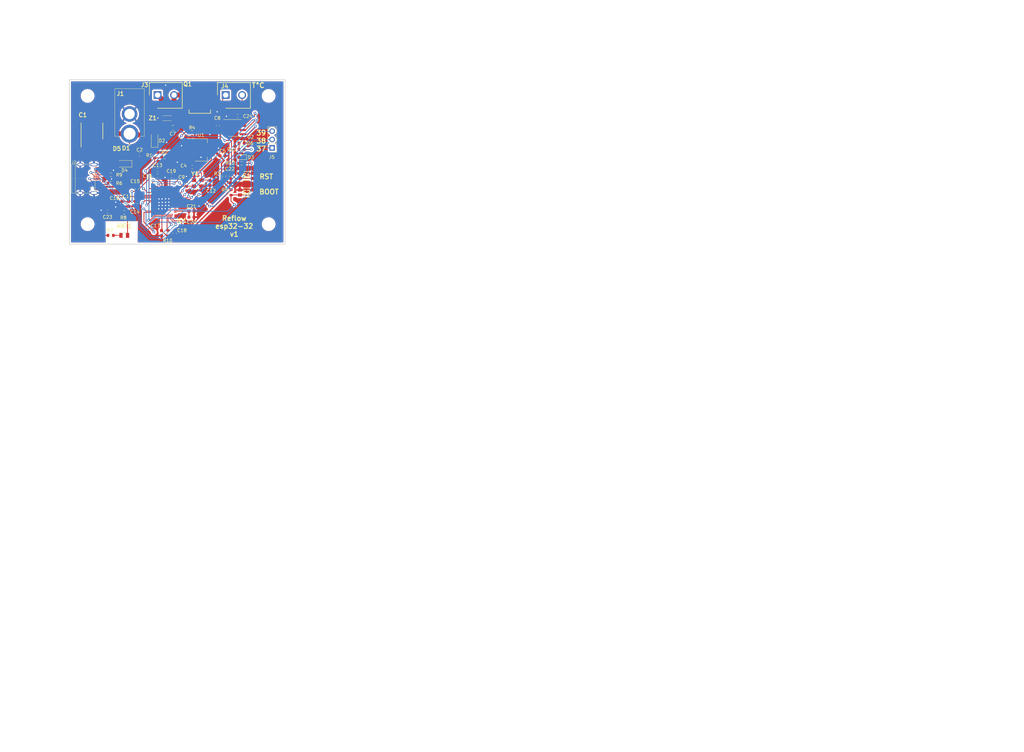
<source format=kicad_pcb>
(kicad_pcb (version 20221018) (generator pcbnew)
  (layers (0 "F.Cu" signal) (31 "B.Cu" signal) (34 "B.Paste" user) (35 "F.Paste" user) (36 "B.SilkS" user "B.Silkscreen") (37 "F.SilkS" user "F.Silkscreen") (38 "B.Mask" user) (39 "F.Mask" user) (44 "Edge.Cuts" user))
  (net 0 "")
  (net 1 "Net-(ANT1-Pad1)")
  (net 2 "Net-(ANT1-Pad2)")
  (net 3 "VCC")
  (net 4 "GND")
  (net 5 "Vin-D")
  (net 6 "+3V3")
  (net 7 "Net-(C7-Pad2)")
  (net 8 "XTAL_P")
  (net 9 "XTAL_N")
  (net 10 "Net-(C20-Pad1)")
  (net 11 "EN")
  (net 12 "Net-(D1-Pad1)")
  (net 13 "Net-(D3-Pad2)")
  (net 14 "Net-(D6-Pad2)")
  (net 15 "ANT")
  (net 16 "FLASH")
  (net 17 "VccDiv")
  (net 24 "led1")
  (net 25 "led2")
  (net 26 "heatGate")
  (net 31 "Net-(IC1-Pad24)")
  (net 32 "D-")
  (net 33 "D+")
  (net 42 "Net-(IC1-Pad37)")
  (net 43 "Net-(IC1-Pad38)")
  (net 44 "Net-(IC1-Pad39)")
  (net 45 "tempSCK")
  (net 46 "tempSO")
  (net 47 "tempCS")
  (net 58 "Net-(C24-Pad1)")
  (net 62 "Net-(C24-Pad2)")
  (net 63 "Net-(D4-Pad2)")
  (net 64 "Net-(R9-Pad1)")
  (net 65 "Net-(R6-Pad2)")
  (footprint "library_manager:CAPAE660X770N" (layer "F.Cu") (at 20.32 30.48 90)
    (fp_text reference "C1")
    (fp_text value "865080545012" hide)
  )
  (footprint "library_manager:21088321" (layer "F.Cu") (at 30.1404 61.4172)
    (fp_text reference "ANT1")
    (fp_text value "2108832-1" hide)
  )
  (footprint "library_manager:PJ037B" (layer "F.Cu") (at 31.75 30.5 -90)
    (fp_text reference "J1")
    (fp_text value "PJ-037B" hide)
  )
  (footprint "Package_TO_SOT_SMD:SOT-223-3_TabPin2" (layer "F.Cu") (at 53.467 35.433)
    (fp_text reference "U1")
    (fp_text value "LD1117S33TR_SOT223")
  )
  (footprint "" (layer "F.Cu") (at 84.7852 17.0688)
    (fp_text reference "")
    (fp_text value "")
  )
  (footprint "Resistor_SMD:R_0603_1608Metric" (layer "F.Cu") (at 65.7982 35.306 180)
    (fp_text reference "R11")
    (fp_text value "2k")
  )
  (footprint "Connector_PinHeader_2.54mm:PinHeader_1x03_P2.54mm_Vertical" (layer "F.Cu") (at 75.0824 34.798 180)
    (fp_text reference "J5")
    (fp_text value "Conn_01x03_Male")
  )
  (footprint "Resistor_SMD:R_0603_1608Metric" (layer "F.Cu") (at 30.1366 54.4576 180)
    (fp_text reference "R8")
    (fp_text value "0R")
  )
  (footprint "Capacitor_SMD:C_0603_1608Metric" (layer "F.Cu") (at 49.022 45.707 -90)
    (fp_text reference "C9")
    (fp_text value "15pF")
  )
  (footprint "Diode_SMD:D_0603_1608Metric" (layer "F.Cu") (at 65.8115 37.6428 180)
    (fp_text reference "D3")
    (fp_text value "LED")
  )
  (footprint "Resistor_SMD:R_0603_1608Metric" (layer "F.Cu") (at 62.5856 48.3494 -90)
    (fp_text reference "R5")
    (fp_text value "10k")
  )
  (footprint "Capacitor_SMD:C_0603_1608Metric" (layer "F.Cu") (at 31.496 51.829 -90)
    (fp_text reference "C11")
    (fp_text value "1uF")
  )
  (footprint "Resistor_SMD:R_0603_1608Metric" (layer "F.Cu") (at 43.3832 60.7182 90)
    (fp_text reference "R10")
    (fp_text value "10k")
  )
  (footprint "library_manager:SHDR2W100P0X500_1X2_1000X780X1030P" (layer "F.Cu") (at 40.2628 18.7452)
    (fp_text reference "J3")
    (fp_text value "TB003-500-P02BE" hide)
  )
  (footprint "Capacitor_SMD:C_0603_1608Metric" (layer "F.Cu") (at 41.4528 60.719 -90)
    (fp_text reference "C17")
    (fp_text value "100nF")
  )
  (footprint "Capacitor_SMD:C_0603_1608Metric" (layer "F.Cu") (at 50.559 54.102)
    (fp_text reference "C21")
    (fp_text value "1uF")
  )
  (footprint "Capacitor_SMD:C_0603_1608Metric" (layer "F.Cu") (at 64.5538 25.0952)
    (fp_text reference "C24")
    (fp_text value "10nF")
  )
  (footprint "Diode_SMD:D_SOD-123" (layer "F.Cu") (at 39.37 32.385 90)
    (fp_text reference "D2")
    (fp_text value "D")
  )
  (footprint "library_manager:QFN40P700X700X90-57N-D" (layer "F.Cu") (at 42.164 51.816)
    (fp_text reference "IC1")
    (fp_text value "ESP32-S2FN4R2" hide)
  )
  (footprint "Resistor_SMD:R_0603_1608Metric" (layer "F.Cu") (at 25.9974 61.4172 180)
    (fp_text reference "R7")
    (fp_text value "0R")
  )
  (footprint "" (layer "F.Cu") (at 3.0124 62.55)
    (fp_text reference "")
    (fp_text value "")
  )
  (footprint "Resistor_SMD:R_0603_1608Metric" (layer "F.Cu") (at 42.355 37.592)
    (fp_text reference "R2")
    (fp_text value "1k")
  )
  (footprint "Capacitor_SMD:C_0603_1608Metric" (layer "F.Cu") (at 60.005 37.211)
    (fp_text reference "C5")
    (fp_text value "10uF")
  )
  (footprint "library_manager:SHDR2W100P0X500_1X2_1000X780X1030P" (layer "F.Cu") (at 60.96 18.7452)
    (fp_text reference "J4")
    (fp_text value "TB003-500-P02BE" hide)
  )
  (footprint "" (layer "F.Cu") (at 85.2932 61.8744)
    (fp_text reference "")
    (fp_text value "")
  )
  (footprint "Capacitor_SMD:C_0603_1608Metric" (layer "F.Cu") (at 34.785 36.83)
    (fp_text reference "C2")
    (fp_text value "100nF")
  )
  (footprint "Capacitor_SMD:C_0603_1608Metric" (layer "F.Cu") (at 56.134 45.466 -90)
    (fp_text reference "C12")
    (fp_text value "15pF")
  )
  (footprint "library_manager:BZT52C24E308" (layer "F.Cu") (at 43.1292 25.7556)
    (fp_text reference "Z1")
    (fp_text value "BZT52C24-E3-08" hide)
  )
  (footprint "library_manager:RKC2SJF170SMTRLFS" (layer "F.Cu") (at 67.278 43.3324)
    (fp_text reference "S1")
    (fp_text value "RKC2SJF170SMTR_LFS" hide)
  )
  (footprint "Resistor_SMD:R_0603_1608Metric" (layer "F.Cu") (at 60.5028 43.4726 90)
    (fp_text reference "R3")
    (fp_text value "10k")
  )
  (footprint "Capacitor_SMD:C_0603_1608Metric" (layer "F.Cu") (at 33.9344 47.2818 90)
    (fp_text reference "C15")
    (fp_text value "100nF")
  )
  (footprint "Capacitor_SMD:C_0603_1608Metric" (layer "F.Cu") (at 40.272 41.529)
    (fp_text reference "C13")
    (fp_text value "100pF")
  )
  (footprint "Package_SO:SOIC-8_3.9x4.9mm_P1.27mm" (layer "F.Cu") (at 63.7032 28.7528)
    (fp_text reference "U2")
    (fp_text value "MAX31855KASA")
  )
  (footprint "" (layer "F.Cu") (at 4.7244 14.0716)
    (fp_text reference "")
    (fp_text value "")
  )
  (footprint "library_manager:ESDL4151MX4T5G" (layer "F.Cu") (at 31.115 36.83)
    (fp_text reference "D1")
    (fp_text value "ESDL4151MX4T5G" hide)
  )
  (footprint "library_manager:ECS2501033BCKMTR" (layer "F.Cu") (at 52.458 45.532)
    (fp_text reference "Y1")
    (fp_text value "ECS-400-15-33B-CTN-TR" hide)
  )
  (footprint "Diode_SMD:D_SOD-123" (layer "F.Cu") (at 30.226 39.624 180)
    (fp_text reference "D4")
    (fp_text value "D")
  )
  (footprint "Resistor_SMD:R_0603_1608Metric" (layer "F.Cu") (at 26.0726 42.9768)
    (fp_text reference "R9")
    (fp_text value "5k1")
  )
  (footprint "Capacitor_SMD:C_0603_1608Metric" (layer "F.Cu") (at 44.5386 43.3324 180)
    (fp_text reference "C19")
    (fp_text value "100nF")
  )
  (footprint "library_manager:ESDL4151MX4T5G" (layer "F.Cu") (at 27.94 36.83 180)
    (fp_text reference "D5")
    (fp_text value "ESDL4151MX4T5G" hide)
  )
  (footprint "Resistor_SMD:R_0603_1608Metric" (layer "F.Cu") (at 65.7982 39.5224 180)
    (fp_text reference "R12")
    (fp_text value "2k")
  )
  (footprint "Resistor_SMD:R_0603_1608Metric" (layer "F.Cu") (at 26.0218 45.5676 180)
    (fp_text reference "R6")
    (fp_text value "5k1")
  )
  (footprint "Capacitor_SMD:C_0805_2012Metric" (layer "F.Cu") (at 44.897 28.702)
    (fp_text reference "C7")
    (fp_text value "1nF")
  )
  (footprint "Capacitor_SMD:C_0603_1608Metric" (layer "F.Cu") (at 33.528 51.816 -90)
    (fp_text reference "C14")
    (fp_text value "100nF")
  )
  (footprint "Capacitor_SMD:C_0603_1608Metric" (layer "F.Cu") (at 29.464 51.829 -90)
    (fp_text reference "C10")
    (fp_text value "10uF")
  )
  (footprint "Capacitor_SMD:C_0603_1608Metric" (layer "F.Cu") (at 45.4152 60.7698 -90)
    (fp_text reference "C18")
    (fp_text value "100nF")
  )
  (footprint "Capacitor_SMD:C_0603_1608Metric" (layer "F.Cu") (at 50.559 55.88)
    (fp_text reference "C20")
    (fp_text value "100nF")
  )
  (footprint "Capacitor_SMD:C_0603_1608Metric" (layer "F.Cu") (at 58.5724 28.0286 90)
    (fp_text reference "C8")
    (fp_text value "100nF")
  )
  (footprint "library_manager:TYPE-C-31-M-12" (layer "F.Cu") (at 16.764 44.196 -90)
    (fp_text reference "J2")
    (fp_text value "USB_C_Receptacle_USB2.0")
  )
  (footprint "Resistor_SMD:R_0603_1608Metric" (layer "F.Cu") (at 50.737 30.099)
    (fp_text reference "R4")
    (fp_text value "10k")
  )
  (footprint "Resistor_SMD:R_0603_1608Metric" (layer "F.Cu") (at 39.37 37.02 -90)
    (fp_text reference "R1")
    (fp_text value "4k7")
  )
  (footprint "Capacitor_SMD:C_0603_1608Metric" (layer "F.Cu") (at 62.5348 43.447 -90)
    (fp_text reference "C22")
    (fp_text value "100nF")
  )
  (footprint "Capacitor_SMD:C_0603_1608Metric" (layer "F.Cu") (at 40.272 43.307)
    (fp_text reference "C16")
    (fp_text value "1uF")
  )
  (footprint "Diode_SMD:D_0603_1608Metric" (layer "F.Cu") (at 65.8113 33.3756 180)
    (fp_text reference "D6")
    (fp_text value "LED")
  )
  (footprint "Capacitor_SMD:C_0603_1608Metric" (layer "F.Cu") (at 50.813 40.64)
    (fp_text reference "C4")
    (fp_text value "100nF")
  )
  (footprint "library_manager:RKC2SJF170SMTRLFS" (layer "F.Cu") (at 67.278 48.3616)
    (fp_text reference "S2")
    (fp_text value "RKC2SJF170SMTR_LFS" hide)
  )
  (footprint "Capacitor_SMD:C_0603_1608Metric" (layer "F.Cu") (at 25.0444 54.1528 180)
    (fp_text reference "C23")
    (fp_text value "?")
  )
  (footprint "library_manager:PJD25N06A_L2_00001" (layer "F.Cu") (at 53.086 21.229)
    (fp_text reference "Q1")
    (fp_text value "PJD25N06A_L2_00001" hide)
  )
  (gr_rect (start 13.462 14.0716) (end 78.994 64.0588) (stroke (width 0.2)) (fill none) (layer "Edge.Cuts"))
  (gr_text "BOOT" (at 74.1172 48.1584) (layer "F.SilkS") (effects (font (size 1.5 1.5) (thickness 0.3))))
  (gr_text "T°C" (at 70.8152 15.7988) (layer "F.SilkS") (effects (font (size 1.5 1.5) (thickness 0.3))))
  (gr_text "39\n38\n37" (at 71.7296 32.6644) (layer "F.SilkS") (effects (font (size 1.5 1.5) (thickness 0.3))))
  (gr_text "RST" (at 73.3044 43.5356) (layer "F.SilkS") (effects (font (size 1.5 1.5) (thickness 0.3))))
  (gr_text "Reflow\nesp32-32\nv1" (at 63.5508 58.6232) (layer "F.SilkS") (effects (font (size 1.5 1.5) (thickness 0.3))))
  (segment (start 29.1404 61.4172) (end 26.8224 61.4172) (width 0.25) (layer "F.Cu") (net 1))
  (segment (start 30.9616 54.4576) (end 31.1404 54.6364) (width 0.25) (layer "F.Cu") (net 2))
  (segment (start 31.1404 54.6364) (end 31.1404 61.4172) (width 0.25) (layer "F.Cu") (net 2))
  (segment (start 31.75 36.56) (end 31.48 36.83) (width 0.25) (layer "F.Cu") (net 3))
  (segment (start 41.403 28.702) (end 39.37 30.735) (width 1.524) (layer "F.Cu") (net 3))
  (segment (start 31.75 30.5) (end 27.92 30.5) (width 1.524) (layer "F.Cu") (net 3))
  (segment (start 41.4528 19.9352) (end 40.2628 18.7452) (width 1.524) (layer "F.Cu") (net 3))
  (segment (start 39.37 30.860009) (end 32.109994 30.860009) (width 1.524) (layer "F.Cu") (net 3))
  (segment (start 41.4528 28.6522) (end 41.4528 25.3492) (width 1.524) (layer "F.Cu") (net 3))
  (segment (start 31.48 36.83) (end 34.01 36.83) (width 0.25) (layer "F.Cu") (net 3))
  (segment (start 27.92 30.5) (end 25.39 33.03) (width 1.524) (layer "F.Cu") (net 3))
  (segment (start 25.39 33.03) (end 20.32 33.03) (width 1.524) (layer "F.Cu") (net 3))
  (segment (start 43.947 28.702) (end 41.403 28.702) (width 1.524) (layer "F.Cu") (net 3))
  (segment (start 41.403 28.702) (end 41.4528 28.6522) (width 1.524) (layer "F.Cu") (net 3))
  (segment (start 41.4528 25.3492) (end 41.4528 19.9352) (width 1.524) (layer "F.Cu") (net 3))
  (segment (start 31.75 30.5) (end 31.75 36.56) (width 0.25) (layer "F.Cu") (net 3))
  (segment (start 32.11 30.86) (end 31.75 30.5) (width 1.27) (layer "F.Cu") (net 3))
  (segment (start 53.608 46.482) (end 53.208 46.482) (width 0.25) (layer "F.Cu") (net 4))
  (segment (start 25.1724 61.4172) (end 23.7236 61.4172) (width 0.25) (layer "F.Cu") (net 4))
  (segment (start 21.864 47.571) (end 22.3742 47.571) (width 0.25) (layer "F.Cu") (net 4))
  (segment (start 23.1362 40.821) (end 21.864 40.821) (width 0.3048) (layer "F.Cu") (net 4))
  (segment (start 23.2852 48.7172) (end 21.864 47.296) (width 0.25) (layer "F.Cu") (net 4))
  (segment (start 63.0428 45.9232) (end 62.3824 45.2628) (width 0.25) (layer "F.Cu") (net 4))
  (segment (start 22.8612 41.096) (end 23.1362 40.821) (width 0.25) (layer "F.Cu") (net 4))
  (segment (start 22.3742 47.571) (end 23.5204 48.7172) (width 0.25) (layer "F.Cu") (net 4))
  (segment (start 21.864 41.096) (end 22.8612 41.096) (width 0.25) (layer "F.Cu") (net 4))
  (segment (start 62.3824 44.2468) (end 62.5348 44.0944) (width 0.25) (layer "F.Cu") (net 4))
  (segment (start 53.208 46.482) (end 51.308 44.582) (width 0.25) (layer "F.Cu") (net 4))
  (segment (start 62.3824 45.2628) (end 62.3824 44.2468) (width 0.25) (layer "F.Cu") (net 4))
  (segment (start 23.5204 48.7172) (end 23.2852 48.7172) (width 0.25) (layer "F.Cu") (net 4))
  (via (at 40.5892 53.34) (size 0.8) (drill 0.4) (layers "F.Cu" "B.Cu") (net 4))
  (via (at 61.1632 25.1968) (size 0.8) (drill 0.4) (layers "F.Cu" "B.Cu") (net 4))
  (via (at 42.7228 15.748) (size 0.8) (drill 0.4) (layers "F.Cu" "B.Cu") (net 4))
  (via (at 43.0276 33.1216) (size 0.8) (drill 0.4) (layers "F.Cu" "B.Cu") (net 4))
  (via (at 42.5196 43.7896) (size 0.8) (drill 0.4) (layers "F.Cu" "B.Cu") (net 4))
  (via (at 58.3692 23.8252) (size 0.8) (drill 0.4) (layers "F.Cu" "B.Cu") (net 4))
  (via (at 42.672 52.324) (size 0.8) (drill 0.4) (layers "F.Cu" "B.Cu") (net 4))
  (via (at 53.4416 37.6428) (size 0.8) (drill 0.4) (layers "F.Cu" "B.Cu") (net 4))
  (via (at 27.5336 51.308) (size 0.8) (drill 0.4) (layers "F.Cu" "B.Cu") (net 4))
  (via (at 41.656 52.324) (size 0.8) (drill 0.4) (layers "F.Cu" "B.Cu") (net 4))
  (via (at 43.688 50.292) (size 0.8) (drill 0.4) (layers "F.Cu" "B.Cu") (net 4))
  (via (at 46.2788 39.1668) (size 0.8) (drill 0.4) (layers "F.Cu" "B.Cu") (net 4))
  (via (at 27.5336 52.7812) (size 0.8) (drill 0.4) (layers "F.Cu" "B.Cu") (net 4))
  (via (at 58.7756 34.8996) (size 0.8) (drill 0.4) (layers "F.Cu" "B.Cu") (net 4))
  (via (at 47.5488 34.1376) (size 0.8) (drill 0.4) (layers "F.Cu" "B.Cu") (net 4))
  (via (at 41.6052 50.3428) (size 0.8) (drill 0.4) (layers "F.Cu" "B.Cu") (net 4))
  (via (at 42.672 50.292) (size 0.8) (drill 0.4) (layers "F.Cu" "B.Cu") (net 4))
  (via (at 52.832 52.4764) (size 0.8) (drill 0.4) (layers "F.Cu" "B.Cu") (net 4))
  (via (at 49.022 43.4848) (size 0.8) (drill 0.4) (layers "F.Cu" "B.Cu") (net 4))
  (via (at 41.656 51.3588) (size 0.8) (drill 0.4) (layers "F.Cu" "B.Cu") (net 4))
  (via (at 40.6908 51.4096) (size 0.8) (drill 0.4) (layers "F.Cu" "B.Cu") (net 4))
  (via (at 40.6908 50.3428) (size 0.8) (drill 0.4) (layers "F.Cu" "B.Cu") (net 4))
  (via (at 58.0644 43.7896) (size 0.8) (drill 0.4) (layers "F.Cu" "B.Cu") (net 4))
  (via (at 43.688 51.308) (size 0.8) (drill 0.4) (layers "F.Cu" "B.Cu") (net 4))
  (via (at 43.688 52.324) (size 0.8) (drill 0.4) (layers "F.Cu" "B.Cu") (net 4))
  (via (at 26.8732 41.6052) (size 0.8) (drill 0.4) (layers "F.Cu" "B.Cu") (net 4))
  (via (at 42.6212 53.2892) (size 0.8) (drill 0.4) (layers "F.Cu" "B.Cu") (net 4))
  (via (at 23.114 53.7464) (size 0.8) (drill 0.4) (layers "F.Cu" "B.Cu") (net 4))
  (via (at 41.6052 53.34) (size 0.8) (drill 0.4) (layers "F.Cu" "B.Cu") (net 4))
  (via (at 63.0428 45.9232) (size 0.8) (drill 0.4) (layers "F.Cu" "B.Cu") (net 4))
  (via (at 43.688 53.2892) (size 0.8) (drill 0.4) (layers "F.Cu" "B.Cu") (net 4))
  (via (at 42.7228 51.3588) (size 0.8) (drill 0.4) (layers "F.Cu" "B.Cu") (net 4))
  (via (at 40.6908 52.324) (size 0.8) (drill 0.4) (layers "F.Cu" "B.Cu") (net 4))
  (via (at 26.2636 44.2468) (size 0.8) (drill 0.4) (layers "F.Cu" "B.Cu") (net 4))
  (via (at 56.134 30.6832) (size 0.8) (drill 0.4) (layers "F.Cu" "B.Cu") (net 4))
  (segment (start 39.37 34.38273) (end 39.37 34.035) (width 0.508) (layer "F.Cu") (net 5))
  (segment (start 39.37 36.195) (end 47.0154 36.195) (width 0.762) (layer "F.Cu") (net 5))
  (segment (start 31.876 39.624) (end 34.12873 39.624) (width 0.508) (layer "F.Cu") (net 5))
  (segment (start 47.0154 36.195) (end 48.5534 37.733) (width 0.762) (layer "F.Cu") (net 5))
  (segment (start 34.12873 39.624) (end 39.37 34.38273) (width 0.508) (layer "F.Cu") (net 5))
  (segment (start 50.038 38.012) (end 50.317 37.733) (width 0.762) (layer "F.Cu") (net 5))
  (segment (start 39.37 34.035009) (end 39.37 36.195) (width 0.508) (layer "F.Cu") (net 5))
  (segment (start 48.5534 37.733) (end 50.317 37.733) (width 0.762) (layer "F.Cu") (net 5))
  (segment (start 50.038 40.64) (end 50.038 38.012) (width 0.762) (layer "F.Cu") (net 5))
  (segment (start 40.364 44.428) (end 40.364 44.174) (width 0.25) (layer "F.Cu") (net 6))
  (segment (start 61.2282 30.6578) (end 60.325 30.6578) (width 0.381) (layer "F.Cu") (net 6))
  (segment (start 32.4612 48.0568) (end 33.9344 48.0568) (width 0.25) (layer "F.Cu") (net 6))
  (segment (start 45.1036 43.3324) (end 43.964 44.472) (width 0.25) (layer "F.Cu") (net 6))
  (segment (start 58.903 33.147) (end 56.617 35.433) (width 0.762) (layer "F.Cu") (net 6))
  (segment (start 40.364 44.174) (end 39.497 43.307) (width 0.25) (layer "F.Cu") (net 6))
  (segment (start 50.115191 59.9948) (end 45.4152 59.9948) (width 0.381) (layer "F.Cu") (net 6))
  (segment (start 42.76148 40.78028) (end 40.24572 40.78028) (width 0.25) (layer "F.Cu") (net 6))
  (segment (start 34.553 50.016) (end 38.714 50.016) (width 0.25) (layer "F.Cu") (net 6))
  (segment (start 41.564 45.628) (end 40.364 44.428) (width 0.25) (layer "F.Cu") (net 6))
  (segment (start 33.9344 48.006) (end 33.9344 48.0568) (width 0.25) (layer "F.Cu") (net 6))
  (segment (start 56.617 38.379) (end 56.617 35.433) (width 0.25) (layer "F.Cu") (net 6))
  (segment (start 31.496 51.054) (end 29.464 51.054) (width 0.25) (layer "F.Cu") (net 6))
  (segment (start 59.68858 39.47302) (end 60.5028 38.6588) (width 0.381) (layer "F.Cu") (net 6))
  (segment (start 33.976 49.216) (end 33.976 48.0984) (width 0.25) (layer "F.Cu") (net 6))
  (segment (start 47.5996 56.9468) (end 47.5996 59.7916) (width 0.25) (layer "F.Cu") (net 6))
  (segment (start 40.364 47.3236) (end 40.2336 47.1932) (width 0.25) (layer "F.Cu") (net 6))
  (segment (start 43.3832 61.5432) (end 43.8668 61.5432) (width 0.25) (layer "F.Cu") (net 6))
  (segment (start 60.5028 38.6588) (end 59.055 37.211) (width 0.381) (layer "F.Cu") (net 6))
  (segment (start 41.564 48.366) (end 41.564 45.628) (width 0.25) (layer "F.Cu") (net 6))
  (segment (start 45.3136 43.3324) (end 42.76148 40.78028) (width 0.25) (layer "F.Cu") (net 6))
  (segment (start 37.6428 47.1932) (end 37.6428 43.434) (width 0.25) (layer "F.Cu") (net 6))
  (segment (start 57.277 35.433) (end 59.055 37.211) (width 0.762) (layer "F.Cu") (net 6))
  (segment (start 43.3832 61.5432) (end 43.052 61.5432) (width 0.25) (layer "F.Cu") (net 6))
  (segment (start 41.564 55.266) (end 41.564 59.8328) (width 0.25) (layer "F.Cu") (net 6))
  (segment (start 45.3136 42.3164) (end 45.3136 43.3324) (width 0.25) (layer "F.Cu") (net 6))
  (segment (start 39.497 43.307) (end 39.497 41.529) (width 0.25) (layer "F.Cu") (net 6))
  (segment (start 45.3698 56.9468) (end 47.5996 56.9468) (width 0.25) (layer "F.Cu") (net 6))
  (segment (start 53.1368 41.8592) (end 56.617 38.379) (width 0.25) (layer "F.Cu") (net 6))
  (segment (start 45.3136 43.3324) (end 45.1036 43.3324) (width 0.25) (layer "F.Cu") (net 6))
  (segment (start 32.525 51.041) (end 31.509 51.041) (width 0.25) (layer "F.Cu") (net 6))
  (segment (start 59.68858 45.00738) (end 59.68858 39.47302) (width 0.381) (layer "F.Cu") (net 6))
  (segment (start 37.6428 43.434) (end 37.6428 44.2976) (width 0.25) (layer "F.Cu") (net 6))
  (segment (start 41.402 59.944) (end 41.590289 59.755711) (width 0.25) (layer "F.Cu") (net 6))
  (segment (start 38.714 49.216) (end 33.976 49.216) (width 0.25) (layer "F.Cu") (net 6))
  (segment (start 37.6428 43.434) (end 37.7698 43.307) (width 0.25) (layer "F.Cu") (net 6))
  (segment (start 31.509 51.041) (end 31.496 51.054) (width 0.25) (layer "F.Cu") (net 6))
  (segment (start 59.309 33.147) (end 58.903 33.147) (width 0.762) (layer "F.Cu") (net 6))
  (segment (start 40.364 48.366) (end 40.364 47.3236) (width 0.25) (layer "F.Cu") (net 6))
  (segment (start 59.309 29.21) (end 59.309 29.6418) (width 0.381) (layer "F.Cu") (net 6))
  (segment (start 60.06858 45.00738) (end 60.06858 44.73182) (width 0.381) (layer "F.Cu") (net 6))
  (segment (start 33.976 48.0984) (end 33.9344 48.0568) (width 0.25) (layer "F.Cu") (net 6))
  (segment (start 60.06858 44.73182) (end 60.5028 44.2976) (width 0.381) (layer "F.Cu") (net 6))
  (segment (start 62.5856 47.524391) (end 50.115191 59.9948) (width 0.381) (layer "F.Cu") (net 6))
  (segment (start 45.7708 41.8592) (end 45.3136 42.3164) (width 0.25) (layer "F.Cu") (net 6))
  (segment (start 40.24572 40.78028) (end 39.497 41.529) (width 0.25) (layer "F.Cu") (net 6))
  (segment (start 60.325 30.6578) (end 59.309 29.6418) (width 0.381) (layer "F.Cu") (net 6))
  (segment (start 43.052 61.5432) (end 41.4528 59.944) (width 0.25) (layer "F.Cu") (net 6))
  (segment (start 59.79302 45.00738) (end 60.06858 45.00738) (width 0.381) (layer "F.Cu") (net 6))
  (segment (start 33.528 51.041) (end 32.525 51.041) (width 0.25) (layer "F.Cu") (net 6))
  (segment (start 45.7708 41.8592) (end 53.1368 41.8592) (width 0.25) (layer "F.Cu") (net 6))
  (segment (start 59.68858 45.00738) (end 59.79302 45.00738) (width 0.381) (layer "F.Cu") (net 6))
  (segment (start 41.564 59.8328) (end 41.4528 59.944) (width 0.25) (layer "F.Cu") (net 6))
  (segment (start 40.2336 47.1932) (end 37.6428 47.1932) (width 0.25) (layer "F.Cu") (net 6))
  (segment (start 37.6428 44.2976) (end 33.9344 48.006) (width 0.25) (layer "F.Cu") (net 6))
  (segment (start 47.5996 59.7916) (end 47.3964 59.9948) (width 0.25) (layer "F.Cu") (net 6))
  (segment (start 37.7698 43.307) (end 39.497 43.307) (width 0.25) (layer "F.Cu") (net 6))
  (segment (start 58.5978 29.21) (end 58.2168 28.829) (width 0.381) (layer "F.Cu") (net 6))
  (segment (start 60.06858 45.00738) (end 62.5856 47.5244) (width 0.381) (layer "F.Cu") (net 6))
  (segment (start 38.714 50.416) (end 38.714 50.016) (width 0.25) (layer "F.Cu") (net 6))
  (segment (start 33.528 51.041) (end 34.553 50.016) (width 0.25) (layer "F.Cu") (net 6))
  (segment (start 43.964 48.366) (end 43.964 44.472) (width 0.25) (layer "F.Cu") (net 6))
  (segment (start 56.617 35.433) (end 57.277 35.433) (width 0.762) (layer "F.Cu") (net 6))
  (segment (start 44.364 55.941) (end 45.3698 56.9468) (width 0.25) (layer "F.Cu") (net 6))
  (segment (start 59.309 29.21) (end 58.5978 29.21) (width 0.381) (layer "F.Cu") (net 6))
  (segment (start 59.309 29.6418) (end 59.309 33.147) (width 0.381) (layer "F.Cu") (net 6))
  (segment (start 56.617 35.433) (end 50.317 35.433) (width 0.762) (layer "F.Cu") (net 6))
  (segment (start 44.364 55.266) (end 44.364 55.941) (width 0.25) (layer "F.Cu") (net 6))
  (segment (start 43.8668 61.5432) (end 45.4152 59.9948) (width 0.25) (layer "F.Cu") (net 6))
  (via (at 32.4612 48.0568) (size 0.8) (drill 0.4) (layers "F.Cu" "B.Cu") (net 6))
  (via (at 32.525 51.041) (size 0.8) (drill 0.4) (layers "F.Cu" "B.Cu") (net 6))
  (segment (start 32.525 48.1206) (end 32.4612 48.0568) (width 0.25) (layer "B.Cu") (net 6))
  (segment (start 32.525 51.041) (end 32.525 48.1206) (width 0.25) (layer "B.Cu") (net 6))
  (segment (start 45.847 28.702) (end 45.847 25.4734) (width 1.27) (layer "F.Cu") (net 7))
  (segment (start 53.086 19.622) (end 48.878 19.622) (width 1.524) (layer "F.Cu") (net 7))
  (segment (start 48.0012 18.7452) (end 45.2628 18.7452) (width 1.524) (layer "F.Cu") (net 7))
  (segment (start 48.878 19.622) (end 48.0012 18.7452) (width 1.524) (layer "F.Cu") (net 7))
  (segment (start 45.847 25.4734) (end 45.2628 24.8892) (width 1.27) (layer "F.Cu") (net 7))
  (segment (start 45.5648 25.7556) (end 44.8042 25.7556) (width 1.27) (layer "F.Cu") (net 7))
  (segment (start 45.847 25.4734) (end 45.5648 25.7556) (width 1.27) (layer "F.Cu") (net 7))
  (segment (start 45.2628 18.7452) (end 45.2628 24.8892) (width 1.524) (layer "F.Cu") (net 7))
  (segment (start 38.7604 46.482) (end 38.7604 44.8564) (width 0.2) (layer "F.Cu") (net 8))
  (segment (start 40.764 46.9616) (end 40.2844 46.482) (width 0.2) (layer "F.Cu") (net 8))
  (segment (start 38.7604 44.8564) (end 38.862 44.7548) (width 0.2) (layer "F.Cu") (net 8))
  (segment (start 48.006 46.482) (end 46.99 45.466) (width 0.2) (layer "F.Cu") (net 8))
  (segment (start 51.308 46.482) (end 49.022 46.482) (width 0.2) (layer "F.Cu") (net 8))
  (segment (start 40.2844 46.482) (end 38.7604 46.482) (width 0.2) (layer "F.Cu") (net 8))
  (segment (start 49.022 46.482) (end 48.006 46.482) (width 0.2) (layer "F.Cu") (net 8))
  (segment (start 40.764 48.366) (end 40.764 46.9616) (width 0.2) (layer "F.Cu") (net 8))
  (via (at 38.862 44.7548) (size 0.8) (drill 0.4) (layers "F.Cu" "B.Cu") (net 8))
  (via (at 46.99 45.466) (size 0.8) (drill 0.4) (layers "F.Cu" "B.Cu") (net 8))
  (segment (start 46.595289 45.071289) (end 39.178489 45.071289) (width 0.2) (layer "B.Cu") (net 8))
  (segment (start 39.178489 45.071289) (end 38.862 44.7548) (width 0.2) (layer "B.Cu") (net 8))
  (segment (start 46.99 45.466) (end 46.595289 45.071289) (width 0.2) (layer "B.Cu") (net 8))
  (segment (start 45.2628 45.719989) (end 48.564789 42.418) (width 0.2) (layer "F.Cu") (net 9))
  (segment (start 53.608 42.432) (end 53.608 44.582) (width 0.2) (layer "F.Cu") (net 9))
  (segment (start 53.594 42.418) (end 53.608 42.432) (width 0.2) (layer "F.Cu") (net 9))
  (segment (start 41.164 46.4472) (end 40.4368 45.72) (width 0.2) (layer "F.Cu") (net 9))
  (segment (start 41.164 48.366) (end 41.164 46.4472) (width 0.2) (layer "F.Cu") (net 9))
  (segment (start 56.025 44.582) (end 53.608 44.582) (width 0.2) (layer "F.Cu") (net 9))
  (segment (start 56.134 44.691) (end 56.025 44.582) (width 0.2) (layer "F.Cu") (net 9))
  (segment (start 48.564789 42.418) (end 53.594 42.418) (width 0.2) (layer "F.Cu") (net 9))
  (via (at 40.4368 45.72) (size 0.8) (drill 0.4) (layers "F.Cu" "B.Cu") (net 9))
  (via (at 45.2628 45.719989) (size 0.8) (drill 0.4) (layers "F.Cu" "B.Cu") (net 9))
  (segment (start 45.2628 45.719989) (end 45.262789 45.72) (width 0.2) (layer "B.Cu") (net 9))
  (segment (start 45.262789 45.72) (end 40.4368 45.72) (width 0.2) (layer "B.Cu") (net 9))
  (segment (start 49.784 55.88) (end 49.784 54.102) (width 0.25) (layer "F.Cu") (net 10))
  (segment (start 49.724289 54.042289) (end 45.466 54.042289) (width 0.25) (layer "F.Cu") (net 10))
  (segment (start 62.5348 42.672) (end 60.5272 42.672) (width 0.25) (layer "F.Cu") (net 11))
  (segment (start 60.7568 32.5628) (end 62.5348 32.5628) (width 0.25) (layer "F.Cu") (net 11))
  (segment (start 62.738 32.766) (end 62.738 42.4688) (width 0.25) (layer "F.Cu") (net 11))
  (segment (start 65.278 44.0944) (end 63.9572 44.0944) (width 0.25) (layer "F.Cu") (net 11))
  (segment (start 65.278 44.0944) (end 69.278 44.0944) (width 0.25) (layer "F.Cu") (net 11))
  (segment (start 60.5272 42.672) (end 60.5028 42.6476) (width 0.25) (layer "F.Cu") (net 11))
  (segment (start 62.5348 32.5628) (end 62.738 32.766) (width 0.25) (layer "F.Cu") (net 11))
  (segment (start 63.9572 44.0944) (end 62.5348 42.672) (width 0.25) (layer "F.Cu") (net 11))
  (segment (start 37.19 48.366) (end 35.9664 47.1424) (width 0.25) (layer "F.Cu") (net 11))
  (segment (start 62.738 42.4688) (end 62.5348 42.672) (width 0.25) (layer "F.Cu") (net 11))
  (segment (start 39.564 48.366) (end 37.19 48.366) (width 0.25) (layer "F.Cu") (net 11))
  (via (at 35.9664 47.1424) (size 0.8) (drill 0.4) (layers "F.Cu" "B.Cu") (net 11))
  (via (at 60.7568 32.5628) (size 0.8) (drill 0.4) (layers "F.Cu" "B.Cu") (net 11))
  (segment (start 47.3964 29.5148) (end 47.3964 29.7688) (width 0.25) (layer "B.Cu") (net 11))
  (segment (start 49.238511 31.356911) (end 47.3964 29.5148) (width 0.25) (layer "B.Cu") (net 11))
  (segment (start 60.7568 32.5628) (end 59.550911 31.356911) (width 0.25) (layer "B.Cu") (net 11))
  (segment (start 59.550911 31.356911) (end 49.238511 31.356911) (width 0.25) (layer "B.Cu") (net 11))
  (segment (start 47.3964 29.7688) (end 35.6108 41.5544) (width 0.25) (layer "B.Cu") (net 11))
  (segment (start 35.6108 41.5544) (end 35.6108 47.4472) (width 0.25) (layer "B.Cu") (net 11))
  (segment (start 30.75 36.83) (end 28.305 36.83) (width 0.25) (layer "F.Cu") (net 12))
  (segment (start 65.024 39.4716) (end 64.9732 39.5224) (width 0.25) (layer "F.Cu") (net 13))
  (segment (start 65.024 37.6428) (end 65.024 39.4716) (width 0.25) (layer "F.Cu") (net 13))
  (segment (start 65.0238 33.3756) (end 65.0238 35.2554) (width 0.25) (layer "F.Cu") (net 14))
  (segment (start 65.0238 35.2554) (end 64.9732 35.306) (width 0.25) (layer "F.Cu") (net 14))
  (segment (start 29.3116 54.4576) (end 25.8572 54.4576) (width 0.25) (layer "F.Cu") (net 15))
  (segment (start 29.706104 49.6316) (end 25.7556 49.6316) (width 0.25) (layer "F.Cu") (net 15))
  (segment (start 38.714 49.616) (end 29.721704 49.616) (width 0.25) (layer "F.Cu") (net 15))
  (segment (start 29.721704 49.616) (end 29.706104 49.6316) (width 0.25) (layer "F.Cu") (net 15))
  (segment (start 25.8572 54.4576) (end 25.7556 54.356) (width 0.25) (layer "F.Cu") (net 15))
  (segment (start 25.7556 54.356) (end 25.7556 49.6316) (width 0.25) (layer "F.Cu") (net 15))
  (segment (start 62.5856 49.1744) (end 62.5856 51.0032) (width 0.25) (layer "F.Cu") (net 16))
  (segment (start 36.4584 50.816) (end 35.7632 51.5112) (width 0.25) (layer "F.Cu") (net 16))
  (segment (start 38.714 50.816) (end 36.4584 50.816) (width 0.25) (layer "F.Cu") (net 16))
  (segment (start 65.278 49.1236) (end 69.278 49.1236) (width 0.25) (layer "F.Cu") (net 16))
  (segment (start 62.5856 51.0032) (end 63.6016 52.0192) (width 0.25) (layer "F.Cu") (net 16))
  (segment (start 62.6364 49.1236) (end 65.278 49.1236) (width 0.25) (layer "F.Cu") (net 16))
  (segment (start 62.5856 49.1744) (end 62.6364 49.1236) (width 0.25) (layer "F.Cu") (net 16))
  (via (at 35.7632 51.5112) (size 0.8) (drill 0.4) (layers "F.Cu" "B.Cu") (net 16))
  (via (at 63.6016 52.0192) (size 0.8) (drill 0.4) (layers "F.Cu" "B.Cu") (net 16))
  (segment (start 37.0586 59.9186) (end 40.7924 56.1848) (width 0.25) (layer "B.Cu") (net 16))
  (segment (start 61.556289 54.064511) (end 63.6016 52.0192) (width 0.25) (layer "B.Cu") (net 16))
  (segment (start 35.419689 58.279689) (end 37.0586 59.9186) (width 0.25) (layer "B.Cu") (net 16))
  (segment (start 35.7632 51.5112) (end 35.419689 51.854711) (width 0.25) (layer "B.Cu") (net 16))
  (segment (start 48.145089 54.064511) (end 61.556289 54.064511) (width 0.25) (layer "B.Cu") (net 16))
  (segment (start 46.0248 56.1848) (end 48.145089 54.064511) (width 0.25) (layer "B.Cu") (net 16))
  (segment (start 35.419689 51.854711) (end 35.419689 58.279689) (width 0.25) (layer "B.Cu") (net 16))
  (segment (start 40.7924 56.1848) (end 46.0248 56.1848) (width 0.25) (layer "B.Cu") (net 16))
  (segment (start 39.37 38.9636) (end 36.5252 41.8084) (width 0.25) (layer "F.Cu") (net 17))
  (segment (start 39.37 37.845) (end 39.37 38.9636) (width 0.25) (layer "F.Cu") (net 17))
  (segment (start 36.9316 52.2224) (end 37.938 51.216) (width 0.25) (layer "F.Cu") (net 17))
  (segment (start 41.277 37.845) (end 41.53 37.592) (width 0.25) (layer "F.Cu") (net 17))
  (segment (start 39.37 37.845) (end 41.277 37.845) (width 0.25) (layer "F.Cu") (net 17))
  (segment (start 37.938 51.216) (end 38.714 51.216) (width 0.25) (layer "F.Cu") (net 17))
  (via (at 36.9316 52.2224) (size 0.8) (drill 0.4) (layers "F.Cu" "B.Cu") (net 17))
  (via (at 36.5252 41.8084) (size 0.8) (drill 0.4) (layers "F.Cu" "B.Cu") (net 17))
  (segment (start 36.9316 42.2148) (end 36.9316 52.2224) (width 0.25) (layer "B.Cu") (net 17))
  (segment (start 36.5252 41.8084) (end 36.9316 42.2148) (width 0.25) (layer "B.Cu") (net 17))
  (segment (start 66.6232 35.306) (end 68.6816 35.306) (width 0.25) (layer "F.Cu") (net 24))
  (segment (start 36.744 54.016) (end 36.0934 53.3654) (width 0.25) (layer "F.Cu") (net 24))
  (segment (start 38.714 54.016) (end 36.744 54.016) (width 0.25) (layer "F.Cu") (net 24))
  (segment (start 68.6816 35.306) (end 68.7324 35.2552) (width 0.25) (layer "F.Cu") (net 24))
  (via (at 68.7324 35.2552) (size 0.8) (drill 0.4) (layers "F.Cu" "B.Cu") (net 24))
  (via (at 36.0934 53.3654) (size 0.8) (drill 0.4) (layers "F.Cu" "B.Cu") (net 24))
  (segment (start 53.555628 53.6448) (end 44.6024 53.6448) (width 0.25) (layer "B.Cu") (net 24))
  (segment (start 66.7512 35.2552) (end 64.3636 37.6428) (width 0.25) (layer "B.Cu") (net 24))
  (segment (start 36.765889 58.457489) (end 36.765889 54.037889) (width 0.25) (layer "B.Cu") (net 24))
  (segment (start 64.3636 42.836828) (end 53.555628 53.6448) (width 0.25) (layer "B.Cu") (net 24))
  (segment (start 42.46112 55.78608) (end 39.56552 55.78608) (width 0.25) (layer "B.Cu") (net 24))
  (segment (start 36.83 58.5216) (end 36.765889 58.457489) (width 0.25) (layer "B.Cu") (net 24))
  (segment (start 44.6024 53.6448) (end 42.46112 55.78608) (width 0.25) (layer "B.Cu") (net 24))
  (segment (start 64.3636 37.6428) (end 64.3636 42.836828) (width 0.25) (layer "B.Cu") (net 24))
  (segment (start 36.765889 54.037889) (end 36.0934 53.3654) (width 0.25) (layer "B.Cu") (net 24))
  (segment (start 39.56552 55.78608) (end 36.83 58.5216) (width 0.25) (layer "B.Cu") (net 24))
  (segment (start 68.7324 35.2552) (end 66.7512 35.2552) (width 0.25) (layer "B.Cu") (net 24))
  (segment (start 36.1188 54.4068) (end 36.1188 57.404) (width 0.25) (layer "F.Cu") (net 25))
  (segment (start 38.714 54.416) (end 36.5668 54.416) (width 0.25) (layer "F.Cu") (net 25))
  (segment (start 66.6232 39.5224) (end 68.6308 39.5224) (width 0.25) (layer "F.Cu") (net 25))
  (segment (start 68.6308 39.5224) (end 68.7324 39.4208) (width 0.25) (layer "F.Cu") (net 25))
  (segment (start 36.1188 57.404) (end 39.116 60.4012) (width 0.25) (layer "F.Cu") (net 25))
  (segment (start 36.5576 54.4068) (end 36.1188 54.4068) (width 0.25) (layer "F.Cu") (net 25))
  (segment (start 36.5668 54.416) (end 36.5576 54.4068) (width 0.25) (layer "F.Cu") (net 25))
  (via (at 39.116 60.4012) (size 0.8) (drill 0.4) (layers "F.Cu" "B.Cu") (net 25))
  (via (at 68.7324 39.4208) (size 0.8) (drill 0.4) (layers "F.Cu" "B.Cu") (net 25))
  (segment (start 40.246911 57.390689) (end 38.4556 59.182) (width 0.25) (layer "B.Cu") (net 25))
  (segment (start 59.182883 57.390689) (end 40.246911 57.390689) (width 0.25) (layer "B.Cu") (net 25))
  (segment (start 68.7324 39.4208) (end 68.7324 47.841172) (width 0.25) (layer "B.Cu") (net 25))
  (segment (start 39.116 60.4012) (end 39.116 59.8424) (width 0.25) (layer "B.Cu") (net 25))
  (segment (start 68.7324 47.841172) (end 59.182883 57.390689) (width 0.25) (layer "B.Cu") (net 25))
  (segment (start 39.116 59.8424) (end 38.4556 59.182) (width 0.25) (layer "B.Cu") (net 25))
  (segment (start 48.5394 30.099) (end 47.498 31.1404) (width 0.25) (layer "F.Cu") (net 26))
  (segment (start 49.912 30.099) (end 50.796 29.215) (width 0.25) (layer "F.Cu") (net 26))
  (segment (start 49.912 30.099) (end 48.5394 30.099) (width 0.25) (layer "F.Cu") (net 26))
  (segment (start 50.796 29.215) (end 50.796 26.221) (width 0.25) (layer "F.Cu") (net 26))
  (segment (start 37.4396 56.8452) (end 37.9848 56.8452) (width 0.25) (layer "F.Cu") (net 26))
  (segment (start 37.9848 56.8452) (end 39.564 55.266) (width 0.25) (layer "F.Cu") (net 26))
  (via (at 47.498 31.1404) (size 0.8) (drill 0.4) (layers "F.Cu" "B.Cu") (net 26))
  (via (at 37.4396 56.8452) (size 0.8) (drill 0.4) (layers "F.Cu" "B.Cu") (net 26))
  (segment (start 37.6936 56.8452) (end 37.4396 56.8452) (width 0.25) (layer "B.Cu") (net 26))
  (segment (start 37.6428 56.388) (end 37.8968 56.642) (width 0.25) (layer "B.Cu") (net 26))
  (segment (start 47.498 31.1404) (end 37.6428 40.9956) (width 0.25) (layer "B.Cu") (net 26))
  (segment (start 37.6428 40.9956) (end 37.6428 56.388) (width 0.25) (layer "B.Cu") (net 26))
  (segment (start 37.8968 56.642) (end 37.6936 56.8452) (width 0.25) (layer "B.Cu") (net 26))
  (segment (start 43.164 59.674) (end 43.3832 59.8932) (width 0.25) (layer "F.Cu") (net 31))
  (segment (start 43.164 55.266) (end 43.164 59.674) (width 0.25) (layer "F.Cu") (net 31))
  (segment (start 20.890289 43.574911) (end 21.0192 43.446) (width 0.2) (layer "F.Cu") (net 32))
  (segment (start 43.53772 55.29228) (end 43.564 55.266) (width 0.2) (layer "F.Cu") (net 32))
  (segment (start 20.939 44.446) (end 20.890289 44.397289) (width 0.2) (layer "F.Cu") (net 32))
  (segment (start 21.864 44.446) (end 20.939 44.446) (width 0.2) (layer "F.Cu") (net 32))
  (segment (start 21.0192 43.446) (end 21.864 43.446) (width 0.2) (layer "F.Cu") (net 32))
  (segment (start 44.45 58.1152) (end 43.53772 57.20292) (width 0.2) (layer "F.Cu") (net 32))
  (segment (start 20.890289 44.397289) (end 20.890289 43.574911) (width 0.2) (layer "F.Cu") (net 32))
  (segment (start 21.1448 43.446) (end 19.9644 42.2656) (width 0.2) (layer "F.Cu") (net 32))
  (segment (start 43.53772 57.20292) (end 43.53772 55.29228) (width 0.2) (layer "F.Cu") (net 32))
  (via (at 44.45 58.1152) (size 0.8) (drill 0.4) (layers "F.Cu" "B.Cu") (net 32))
  (via (at 19.9644 42.2656) (size 0.8) (drill 0.4) (layers "F.Cu" "B.Cu") (net 32))
  (segment (start 44.45 58.1152) (end 40.7924 61.7728) (width 0.2) (layer "B.Cu") (net 32))
  (segment (start 34.8996 55.4736) (end 21.6916 42.2656) (width 0.2) (layer "B.Cu") (net 32))
  (segment (start 21.6916 42.2656) (end 19.9644 42.2656) (width 0.2) (layer "B.Cu") (net 32))
  (segment (start 40.7924 61.7728) (end 38.38428 61.7728) (width 0.2) (layer "B.Cu") (net 32))
  (segment (start 34.8996 58.28812) (end 34.8996 55.4736) (width 0.2) (layer "B.Cu") (net 32))
  (segment (start 38.38428 61.7728) (end 34.8996 58.28812) (width 0.2) (layer "B.Cu") (net 32))
  (segment (start 22.837711 44.897289) (end 22.837711 44.173711) (width 0.2) (layer "F.Cu") (net 33))
  (segment (start 22.789 44.946) (end 22.837711 44.897289) (width 0.2) (layer "F.Cu") (net 33))
  (segment (start 21.844 44.958) (end 21.856 44.946) (width 0.2) (layer "F.Cu") (net 33))
  (segment (start 22.61 43.946) (end 21.864 43.946) (width 0.2) (layer "F.Cu") (net 33))
  (segment (start 43.964 56.2068) (end 45.8216 58.0644) (width 0.2) (layer "F.Cu") (net 33))
  (segment (start 22.837711 44.173711) (end 22.61 43.946) (width 0.2) (layer "F.Cu") (net 33))
  (segment (start 43.964 55.266) (end 43.964 56.2068) (width 0.2) (layer "F.Cu") (net 33))
  (segment (start 20.32 44.958) (end 19.558 44.196) (width 0.2) (layer "F.Cu") (net 33))
  (segment (start 21.864 44.946) (end 22.789 44.946) (width 0.2) (layer "F.Cu") (net 33))
  (segment (start 21.844 44.958) (end 20.32 44.958) (width 0.2) (layer "F.Cu") (net 33))
  (via (at 45.8216 58.0644) (size 0.8) (drill 0.4) (layers "F.Cu" "B.Cu") (net 33))
  (via (at 19.558 44.196) (size 0.8) (drill 0.4) (layers "F.Cu" "B.Cu") (net 33))
  (segment (start 40.9448 62.3316) (end 37.9984 62.3316) (width 0.2) (layer "B.Cu") (net 33))
  (segment (start 34.3916 58.7248) (end 34.3916 55.626) (width 0.2) (layer "B.Cu") (net 33))
  (segment (start 22.9616 44.196) (end 19.558 44.196) (width 0.2) (layer "B.Cu") (net 33))
  (segment (start 41.2496 62.6364) (end 40.9448 62.3316) (width 0.2) (layer "B.Cu") (net 33))
  (segment (start 34.3916 55.626) (end 22.9616 44.196) (width 0.2) (layer "B.Cu") (net 33))
  (segment (start 37.9984 62.3316) (end 34.3916 58.7248) (width 0.2) (layer "B.Cu") (net 33))
  (segment (start 45.8216 58.0644) (end 41.2496 62.6364) (width 0.2) (layer "B.Cu") (net 33))
  (segment (start 54.7212 51.216) (end 45.614 51.216) (width 0.25) (layer "F.Cu") (net 42))
  (segment (start 56.0324 52.5272) (end 54.7212 51.216) (width 0.25) (layer "F.Cu") (net 42))
  (via (at 56.0324 52.5272) (size 0.8) (drill 0.4) (layers "F.Cu" "B.Cu") (net 42))
  (segment (start 67.8688 42.1132) (end 67.8688 39.331628) (width 0.25) (layer "B.Cu") (net 42))
  (segment (start 67.8688 39.331628) (end 72.402428 34.798) (width 0.25) (layer "B.Cu") (net 42))
  (segment (start 57.4548 52.5272) (end 67.8688 42.1132) (width 0.25) (layer "B.Cu") (net 42))
  (segment (start 72.402428 34.798) (end 75.0824 34.798) (width 0.25) (layer "B.Cu") (net 42))
  (segment (start 56.0324 52.5272) (end 57.4548 52.5272) (width 0.25) (layer "B.Cu") (net 42))
  (segment (start 45.614 50.816) (end 50.9364 50.816) (width 0.25) (layer "F.Cu") (net 43))
  (segment (start 50.9364 50.816) (end 52.832 48.9204) (width 0.25) (layer "F.Cu") (net 43))
  (via (at 52.832 48.9204) (size 0.8) (drill 0.4) (layers "F.Cu" "B.Cu") (net 43))
  (segment (start 69.133724 32.3088) (end 58.738111 42.704413) (width 0.25) (layer "B.Cu") (net 43))
  (segment (start 75.0316 32.3088) (end 69.133724 32.3088) (width 0.25) (layer "B.Cu") (net 43))
  (segment (start 54.0512 48.9204) (end 52.832 48.9204) (width 0.25) (layer "B.Cu") (net 43))
  (segment (start 58.738111 44.233489) (end 54.0512 48.9204) (width 0.25) (layer "B.Cu") (net 43))
  (segment (start 75.0824 32.258) (end 75.0316 32.3088) (width 0.25) (layer "B.Cu") (net 43))
  (segment (start 58.738111 42.704413) (end 58.738111 44.233489) (width 0.25) (layer "B.Cu") (net 43))
  (segment (start 50.0156 50.416) (end 50.5968 49.8348) (width 0.25) (layer "F.Cu") (net 44))
  (segment (start 45.614 50.416) (end 50.0156 50.416) (width 0.25) (layer "F.Cu") (net 44))
  (via (at 50.5968 49.8348) (size 0.8) (drill 0.4) (layers "F.Cu" "B.Cu") (net 44))
  (segment (start 75.0316 29.7688) (end 70.6628 29.7688) (width 0.25) (layer "B.Cu") (net 44))
  (segment (start 75.0824 29.718) (end 75.0316 29.7688) (width 0.25) (layer "B.Cu") (net 44))
  (segment (start 70.6628 29.7688) (end 50.5968 49.8348) (width 0.25) (layer "B.Cu") (net 44))
  (segment (start 49.1964 50.016) (end 49.6316 49.5808) (width 0.25) (layer "F.Cu") (net 45))
  (segment (start 45.614 50.016) (end 49.1964 50.016) (width 0.25) (layer "F.Cu") (net 45))
  (segment (start 67.6402 30.6578) (end 66.1782 30.6578) (width 0.25) (layer "F.Cu") (net 45))
  (segment (start 70.104 28.194) (end 67.6402 30.6578) (width 0.25) (layer "F.Cu") (net 45))
  (via (at 49.6316 49.5808) (size 0.8) (drill 0.4) (layers "F.Cu" "B.Cu") (net 45))
  (via (at 70.104 28.194) (size 0.8) (drill 0.4) (layers "F.Cu" "B.Cu") (net 45))
  (segment (start 49.6316 49.5808) (end 49.6316 48.9204) (width 0.25) (layer "B.Cu") (net 45))
  (segment (start 70.104 28.448) (end 70.104 28.194) (width 0.25) (layer "B.Cu") (net 45))
  (segment (start 49.6316 48.9204) (end 70.104 28.448) (width 0.25) (layer "B.Cu") (net 45))
  (segment (start 47.92 49.616) (end 48.514 49.022) (width 0.25) (layer "F.Cu") (net 46))
  (segment (start 69.85 24.75023) (end 66.48243 28.1178) (width 0.25) (layer "F.Cu") (net 46))
  (segment (start 45.614 49.616) (end 47.92 49.616) (width 0.25) (layer "F.Cu") (net 46))
  (segment (start 69.85 24.2316) (end 69.85 24.75023) (width 0.25) (layer "F.Cu") (net 46))
  (segment (start 66.48243 28.1178) (end 66.1782 28.1178) (width 0.25) (layer "F.Cu") (net 46))
  (via (at 48.514 49.022) (size 0.8) (drill 0.4) (layers "F.Cu" "B.Cu") (net 46))
  (via (at 69.85 24.2316) (size 0.8) (drill 0.4) (layers "F.Cu" "B.Cu") (net 46))
  (segment (start 63.8048 33.464772) (end 70.701511 26.568061) (width 0.25) (layer "B.Cu") (net 46))
  (segment (start 48.514 49.022) (end 63.8048 33.7312) (width 0.25) (layer "B.Cu") (net 46))
  (segment (start 63.8048 33.7312) (end 63.8048 33.464772) (width 0.25) (layer "B.Cu") (net 46))
  (segment (start 70.701511 25.083111) (end 69.85 24.2316) (width 0.25) (layer "B.Cu") (net 46))
  (segment (start 70.701511 26.568061) (end 70.701511 25.083111) (width 0.25) (layer "B.Cu") (net 46))
  (segment (start 70.0278 26.289) (end 66.929 29.3878) (width 0.25) (layer "F.Cu") (net 47))
  (segment (start 66.929 29.3878) (end 66.1782 29.3878) (width 0.25) (layer "F.Cu") (net 47))
  (segment (start 46.4912 49.216) (end 47.8028 47.9044) (width 0.25) (layer "F.Cu") (net 47))
  (segment (start 45.614 49.216) (end 46.4912 49.216) (width 0.25) (layer "F.Cu") (net 47))
  (via (at 47.8028 47.9044) (size 0.8) (drill 0.4) (layers "F.Cu" "B.Cu") (net 47))
  (via (at 70.0278 26.289) (size 0.8) (drill 0.4) (layers "F.Cu" "B.Cu") (net 47))
  (segment (start 47.8028 47.9044) (end 47.8028 47.612028) (width 0.25) (layer "B.Cu") (net 47))
  (segment (start 69.125828 26.289) (end 70.0278 26.289) (width 0.25) (layer "B.Cu") (net 47))
  (segment (start 47.8028 47.612028) (end 69.125828 26.289) (width 0.25) (layer "B.Cu") (net 47))
  (segment (start 63.7788 25.0952) (end 63.22 25.0952) (width 0.25) (layer "F.Cu") (net 58))
  (segment (start 60.03028 23.94212) (end 60.03028 26.47149) (width 0.25) (layer "F.Cu") (net 58))
  (segment (start 60.03028 19.67492) (end 60.03028 23.94212) (width 0.25) (layer "F.Cu") (net 58))
  (segment (start 62.0008 23.876) (end 60.0964 23.876) (width 0.25) (layer "F.Cu") (net 58))
  (segment (start 60.03028 26.47149) (end 59.97948 26.52229) (width 0.25) (layer "F.Cu") (net 58))
  (segment (start 60.96 18.7452) (end 60.03028 19.67492) (width 0.25) (layer "F.Cu") (net 58))
  (segment (start 60.92397 29.3878) (end 61.2282 29.3878) (width 0.25) (layer "F.Cu") (net 58))
  (segment (start 63.22 25.0952) (end 62.0008 23.876) (width 0.25) (layer "F.Cu") (net 58))
  (segment (start 60.0964 23.876) (end 60.03028 23.94212) (width 0.25) (layer "F.Cu") (net 58))
  (segment (start 59.97948 26.52229) (end 59.97948 28.44331) (width 0.25) (layer "F.Cu") (net 58))
  (segment (start 59.97948 28.44331) (end 60.92397 29.3878) (width 0.25) (layer "F.Cu") (net 58))
  (segment (start 65.96 24.464) (end 65.96 23.9052) (width 0.25) (layer "F.Cu") (net 62))
  (segment (start 62.3062 28.1178) (end 65.3288 25.0952) (width 0.25) (layer "F.Cu") (net 62))
  (segment (start 65.3288 25.0952) (end 65.96 24.464) (width 0.25) (layer "F.Cu") (net 62))
  (segment (start 61.2282 28.1178) (end 62.3062 28.1178) (width 0.25) (layer "F.Cu") (net 62))
  (segment (start 65.96 18.7452) (end 65.96 23.9052) (width 0.25) (layer "F.Cu") (net 62))
  (segment (start 22.741689 41.842489) (end 22.7076 41.8084) (width 0.508) (layer "F.Cu") (net 63))
  (segment (start 27.306 39.624) (end 25.087511 41.842489) (width 0.508) (layer "F.Cu") (net 63))
  (segment (start 28.576 39.624) (end 27.306 39.624) (width 0.508) (layer "F.Cu") (net 63))
  (segment (start 28.439911 46.642489) (end 22.010489 46.642489) (width 0.508) (layer "F.Cu") (net 63))
  (segment (start 28.576 39.624) (end 28.576 46.5064) (width 0.508) (layer "F.Cu") (net 63))
  (segment (start 22.7076 41.8084) (end 21.9516 41.8084) (width 0.508) (layer "F.Cu") (net 63))
  (segment (start 28.576 46.5064) (end 28.439911 46.642489) (width 0.508) (layer "F.Cu") (net 63))
  (segment (start 25.087511 41.842489) (end 22.741689 41.842489) (width 0.508) (layer "F.Cu") (net 63))
  (segment (start 21.864 42.946) (end 25.2168 42.946) (width 0.25) (layer "F.Cu") (net 64))
  (segment (start 25.2168 42.946) (end 25.2476 42.9768) (width 0.25) (layer "F.Cu") (net 64))
  (segment (start 24.8184 45.946) (end 25.1968 45.5676) (width 0.25) (layer "F.Cu") (net 65))
  (segment (start 21.864 45.946) (end 24.8184 45.946) (width 0.25) (layer "F.Cu") (net 65))
  (zone (net 0) (net_name "") (layers "F&B.Cu") (name "antenna keep out") (connect_pads (clearance 0)) (min_thickness 0.254)
    (keepout (tracks allowed) (vias allowed) (pads allowed) (copperpour not_allowed) (footprints allowed))
    (fill (thermal_gap 0.508) (thermal_bridge_width 0.508))
    (polygon (pts (xy 24.4348 57.0484) (xy 34.29 57.0484) (xy 34.2392 63.5508) (xy 24.4856 63.6016)))
  )
  (zone (net 4) (net_name "GND") (layers "F&B.Cu") (connect_pads (clearance 0.508)) (min_thickness 0.254) (fill yes (thermal_gap 0.508) (thermal_bridge_width 0.508))
    (polygon (pts (xy 303.53 218.44) (xy -5.08 218.44) (xy -7.62 -10.16) (xy 303.53 -10.16)))
  )
)
</source>
